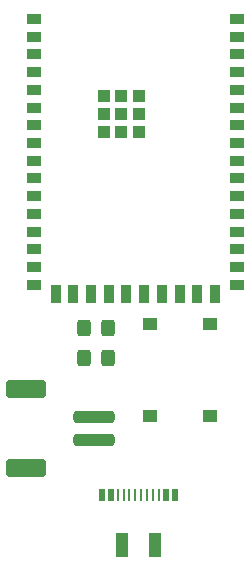
<source format=gbr>
%TF.GenerationSoftware,KiCad,Pcbnew,5.99.0-unknown-fc7f1d1d86~106~ubuntu20.04.1*%
%TF.CreationDate,2021-01-14T15:04:19+11:00*%
%TF.ProjectId,esp32-s2-feather,65737033-322d-4733-922d-666561746865,rev?*%
%TF.SameCoordinates,Original*%
%TF.FileFunction,Paste,Top*%
%TF.FilePolarity,Positive*%
%FSLAX46Y46*%
G04 Gerber Fmt 4.6, Leading zero omitted, Abs format (unit mm)*
G04 Created by KiCad (PCBNEW 5.99.0-unknown-fc7f1d1d86~106~ubuntu20.04.1) date 2021-01-14 15:04:19*
%MOMM*%
%LPD*%
G01*
G04 APERTURE LIST*
G04 Aperture macros list*
%AMRoundRect*
0 Rectangle with rounded corners*
0 $1 Rounding radius*
0 $2 $3 $4 $5 $6 $7 $8 $9 X,Y pos of 4 corners*
0 Add a 4 corners polygon primitive as box body*
4,1,4,$2,$3,$4,$5,$6,$7,$8,$9,$2,$3,0*
0 Add four circle primitives for the rounded corners*
1,1,$1+$1,$2,$3,0*
1,1,$1+$1,$4,$5,0*
1,1,$1+$1,$6,$7,0*
1,1,$1+$1,$8,$9,0*
0 Add four rect primitives between the rounded corners*
20,1,$1+$1,$2,$3,$4,$5,0*
20,1,$1+$1,$4,$5,$6,$7,0*
20,1,$1+$1,$6,$7,$8,$9,0*
20,1,$1+$1,$8,$9,$2,$3,0*%
G04 Aperture macros list end*
%ADD10RoundRect,0.250000X-1.500000X0.250000X-1.500000X-0.250000X1.500000X-0.250000X1.500000X0.250000X0*%
%ADD11RoundRect,0.250001X-1.449999X0.499999X-1.449999X-0.499999X1.449999X-0.499999X1.449999X0.499999X0*%
%ADD12R,0.520000X1.000000*%
%ADD13R,0.270000X1.000000*%
%ADD14R,1.000000X2.000000*%
%ADD15R,1.250000X1.000000*%
%ADD16R,1.200000X0.900000*%
%ADD17R,0.900000X1.500000*%
%ADD18R,1.100000X1.100000*%
%ADD19RoundRect,0.250000X-0.325000X-0.450000X0.325000X-0.450000X0.325000X0.450000X-0.325000X0.450000X0*%
G04 APERTURE END LIST*
D10*
%TO.C,J2*%
X183190000Y-89805000D03*
X183190000Y-91805000D03*
D11*
X177440000Y-87455000D03*
X177440000Y-94155000D03*
%TD*%
D12*
%TO.C,J1*%
X183844000Y-96436000D03*
X184594000Y-96436000D03*
D13*
X185194000Y-96436000D03*
X185694000Y-96436000D03*
X186194000Y-96436000D03*
X186694000Y-96436000D03*
X187194000Y-96436000D03*
X187694000Y-96436000D03*
X188194000Y-96436000D03*
X188694000Y-96436000D03*
D12*
X189294000Y-96436000D03*
X190044000Y-96436000D03*
D14*
X185544000Y-100636000D03*
X188344000Y-100636000D03*
%TD*%
D15*
%TO.C,SW2*%
X187960000Y-81977000D03*
X187960000Y-89727000D03*
%TD*%
D16*
%TO.C,U5*%
X178090000Y-56135000D03*
X178090000Y-57635000D03*
X178090000Y-59135000D03*
X178090000Y-60635000D03*
X178090000Y-62135000D03*
X178090000Y-63635000D03*
X178090000Y-65135000D03*
X178090000Y-66635000D03*
X178090000Y-68135000D03*
X178090000Y-69635000D03*
X178090000Y-71135000D03*
X178090000Y-72635000D03*
X178090000Y-74135000D03*
X178090000Y-75635000D03*
X178090000Y-77135000D03*
X178090000Y-78635000D03*
D17*
X179940000Y-79385000D03*
X181440000Y-79385000D03*
X182940000Y-79385000D03*
X184440000Y-79385000D03*
X185940000Y-79385000D03*
X187440000Y-79385000D03*
X188940000Y-79385000D03*
X190440000Y-79385000D03*
X191940000Y-79385000D03*
X193440000Y-79385000D03*
D16*
X195290000Y-78635000D03*
X195290000Y-77135000D03*
X195290000Y-75635000D03*
X195290000Y-74135000D03*
X195290000Y-72635000D03*
X195290000Y-71135000D03*
X195290000Y-69635000D03*
X195290000Y-68135000D03*
X195290000Y-66635000D03*
X195290000Y-65135000D03*
X195290000Y-63635000D03*
X195290000Y-62135000D03*
X195290000Y-60635000D03*
X195290000Y-59135000D03*
X195290000Y-57635000D03*
X195290000Y-56135000D03*
D18*
X185500000Y-64185000D03*
X184000000Y-64185000D03*
X187000000Y-64185000D03*
X184000000Y-65685000D03*
X185500000Y-65685000D03*
X187000000Y-65685000D03*
X184000000Y-62685000D03*
X185500000Y-62685000D03*
X187000000Y-62685000D03*
%TD*%
D19*
%TO.C,D3*%
X182363000Y-82296000D03*
X184413000Y-82296000D03*
%TD*%
%TO.C,D2*%
X182363000Y-84836000D03*
X184413000Y-84836000D03*
%TD*%
D15*
%TO.C,SW1*%
X193040000Y-81977000D03*
X193040000Y-89727000D03*
%TD*%
M02*

</source>
